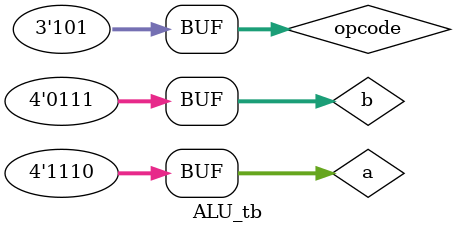
<source format=v>


module ALU(

    input [3:0] a,
    input [3:0] b,
    input [2:0] opcode,
    output [7:0] out

    );

    wire [7:0] or_out;
    wire [7:0] xor_out;
    wire [7:0] and_out;
    wire [7:0] add_out;
    wire [7:0] sub_out;
    wire [7:0] mul_out;

    OR_4bit   or_4bit(a, b, or_out );
    XOR_4bit xor_4bit(a, b, xor_out);
    AND_4bit and_4bit(a, b, and_out);
    ADD_4bit add_4bit(a, b, add_out);
    SUB_4bit sub_4bit(a, b, sub_out);
    MUL_4bit mul_4bit(a, b, mul_out);

    MUX_8_1 mux(
        or_out,
        xor_out,
        and_out,
        add_out,
        sub_out,
        mul_out,
        0,
        0,
        opcode,
        out
    );

endmodule

module ALU_tb;

    reg [3:0] a;
    reg [3:0] b;
    reg [2:0] opcode;
    wire [7:0] out;

    parameter or_opcode  = 3'd0;
    parameter xor_opcode = 3'd1;
    parameter and_opcode = 3'd2;
    parameter add_opcode = 3'd3;
    parameter sub_opcode = 3'd4;
    parameter mul_opcode = 3'd5;

    ALU alu(a, b, opcode, out);

    initial begin
        
            a = 15; b = 13; opcode = or_opcode;
        #10 a = 11; b = 3;  opcode = xor_opcode;
        #10 a = 15; b = 11; opcode = and_opcode;
        #10 a = 12; b = 15; opcode = add_opcode;
        #10 a = 10; b = 15; opcode = sub_opcode;
        #10 a = 9;  b = 1;  opcode = mul_opcode;
        #10 a = 5;  b = 8;  opcode = 3'd6;
        #10 a = 13; b = 2;  opcode = add_opcode;
        #10 a = 8;  b = 0;  opcode = sub_opcode;
        #10 a = 14; b = 7;  opcode = mul_opcode;

    end

endmodule
</source>
